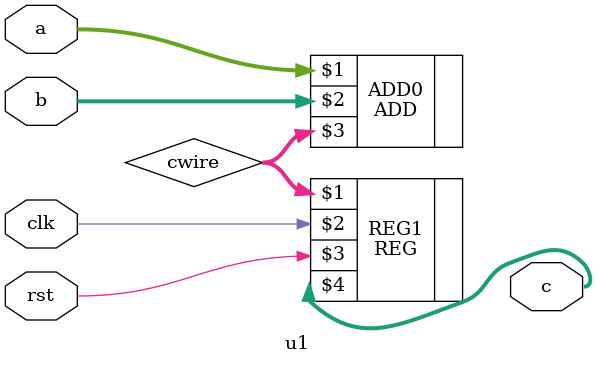
<source format=v>
`timescale 1ns / 1ps 

module u1(clk, rst, a, b, c);

input clk, rst;
input [7:0] a;
input [7:0] b;
output [7:0] c;
wire [7:0] cwire;

ADD #(.DATAWIDTH(8)) ADD0(a, b, cwire);
REG #(.DATAWIDTH(8)) REG1(cwire, clk, rst, c);

endmodule

</source>
